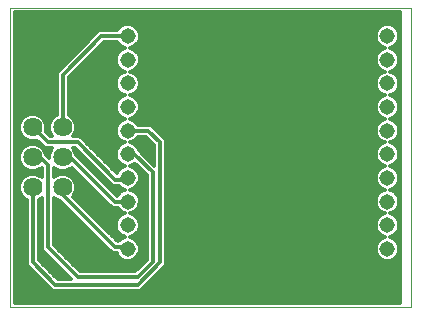
<source format=gbl>
G75*
G70*
%OFA0B0*%
%FSLAX24Y24*%
%IPPOS*%
%LPD*%
%AMOC8*
5,1,8,0,0,1.08239X$1,22.5*
%
%ADD10C,0.0000*%
%ADD11C,0.0640*%
%ADD12C,0.0515*%
%ADD13C,0.0120*%
D10*
X000717Y006913D02*
X000717Y016909D01*
X014087Y016909D01*
X014087Y006913D01*
X000717Y006913D01*
D11*
X001467Y010913D03*
X002467Y010913D03*
X002467Y011913D03*
X001467Y011913D03*
X001467Y012913D03*
X002467Y012913D03*
D12*
X004636Y012807D03*
X004636Y013594D03*
X004636Y014381D03*
X004636Y015169D03*
X004636Y015956D03*
X004636Y012019D03*
X004636Y011232D03*
X004636Y010444D03*
X004636Y009657D03*
X004636Y008870D03*
X013297Y008870D03*
X013297Y009657D03*
X013297Y010444D03*
X013297Y011232D03*
X013297Y012019D03*
X013297Y012807D03*
X013297Y013594D03*
X013297Y014381D03*
X013297Y015169D03*
X013297Y015956D03*
D13*
X012932Y015801D02*
X005002Y015801D01*
X004973Y015731D02*
X005033Y015877D01*
X005033Y016035D01*
X004973Y016181D01*
X004861Y016293D01*
X004715Y016354D01*
X004557Y016354D01*
X004411Y016293D01*
X004299Y016181D01*
X004289Y016156D01*
X003677Y016156D01*
X000877Y016156D01*
X000877Y016038D02*
X003558Y016038D01*
X003560Y016039D02*
X002267Y014746D01*
X002267Y013328D01*
X002206Y013303D01*
X002077Y013174D01*
X002007Y013004D01*
X002007Y012821D01*
X002077Y012652D01*
X002116Y012613D01*
X002050Y012613D01*
X001902Y012761D01*
X001927Y012821D01*
X001927Y013004D01*
X001857Y013174D01*
X001727Y013303D01*
X001558Y013373D01*
X001375Y013373D01*
X001206Y013303D01*
X001077Y013174D01*
X001007Y013004D01*
X001007Y012821D01*
X001077Y012652D01*
X001206Y012523D01*
X001375Y012453D01*
X001558Y012453D01*
X001619Y012478D01*
X001767Y012330D01*
X001884Y012213D01*
X002116Y012213D01*
X002077Y012174D01*
X002007Y012004D01*
X002007Y011906D01*
X001927Y011986D01*
X001927Y012004D01*
X001857Y012174D01*
X001727Y012303D01*
X001558Y012373D01*
X001375Y012373D01*
X001206Y012303D01*
X001077Y012174D01*
X001007Y012004D01*
X001007Y011821D01*
X001077Y011652D01*
X001206Y011523D01*
X001375Y011453D01*
X001558Y011453D01*
X001727Y011523D01*
X001767Y011562D01*
X001767Y011264D01*
X001727Y011303D01*
X001558Y011373D01*
X001375Y011373D01*
X001206Y011303D01*
X001077Y011174D01*
X001007Y011004D01*
X001007Y010821D01*
X001077Y010652D01*
X001206Y010523D01*
X001267Y010498D01*
X001267Y008330D01*
X002017Y007580D01*
X002134Y007463D01*
X005050Y007463D01*
X005800Y008213D01*
X005917Y008330D01*
X005917Y012496D01*
X005523Y012890D01*
X005406Y013007D01*
X004983Y013007D01*
X004973Y013032D01*
X004861Y013144D01*
X004724Y013200D01*
X004861Y013257D01*
X004973Y013369D01*
X005033Y013515D01*
X005033Y013673D01*
X004973Y013819D01*
X004861Y013931D01*
X004724Y013988D01*
X004861Y014045D01*
X004973Y014156D01*
X005033Y014302D01*
X005033Y014461D01*
X004973Y014607D01*
X004861Y014718D01*
X004724Y014775D01*
X004861Y014832D01*
X004973Y014944D01*
X005033Y015090D01*
X005033Y015248D01*
X004973Y015394D01*
X004861Y015506D01*
X004724Y015563D01*
X004861Y015619D01*
X004973Y015731D01*
X004924Y015682D02*
X013010Y015682D01*
X012960Y015731D02*
X013072Y015619D01*
X013209Y015563D01*
X013072Y015506D01*
X012960Y015394D01*
X012900Y015248D01*
X012900Y015090D01*
X012960Y014944D01*
X013072Y014832D01*
X013209Y014775D01*
X013072Y014718D01*
X012960Y014607D01*
X012900Y014461D01*
X012900Y014302D01*
X012960Y014156D01*
X013072Y014045D01*
X013209Y013988D01*
X013072Y013931D01*
X012960Y013819D01*
X012900Y013673D01*
X012900Y013515D01*
X012960Y013369D01*
X013072Y013257D01*
X013209Y013200D01*
X013072Y013144D01*
X012960Y013032D01*
X012900Y012886D01*
X012900Y012728D01*
X012960Y012582D01*
X013072Y012470D01*
X013209Y012413D01*
X013072Y012356D01*
X012960Y012244D01*
X012900Y012098D01*
X012900Y011940D01*
X012960Y011794D01*
X013072Y011682D01*
X013209Y011626D01*
X013072Y011569D01*
X012960Y011457D01*
X012900Y011311D01*
X012900Y011153D01*
X012960Y011007D01*
X013072Y010895D01*
X013209Y010838D01*
X013072Y010781D01*
X012960Y010670D01*
X012900Y010524D01*
X012900Y010365D01*
X012960Y010219D01*
X013072Y010108D01*
X013209Y010051D01*
X013072Y009994D01*
X005917Y009994D01*
X005917Y010112D02*
X013067Y010112D01*
X013072Y009994D02*
X012960Y009882D01*
X012900Y009736D01*
X012900Y009578D01*
X012960Y009432D01*
X013072Y009320D01*
X013209Y009263D01*
X013072Y009207D01*
X012960Y009095D01*
X012900Y008949D01*
X012900Y008791D01*
X012960Y008645D01*
X013072Y008533D01*
X013218Y008472D01*
X013376Y008472D01*
X013523Y008533D01*
X013634Y008645D01*
X013695Y008791D01*
X013695Y008949D01*
X013634Y009095D01*
X013523Y009207D01*
X013386Y009263D01*
X013523Y009320D01*
X013634Y009432D01*
X013695Y009578D01*
X013695Y009736D01*
X013634Y009882D01*
X013523Y009994D01*
X013717Y009994D01*
X013717Y010112D02*
X013528Y010112D01*
X013523Y010108D02*
X013634Y010219D01*
X013695Y010365D01*
X013695Y010524D01*
X013634Y010670D01*
X013523Y010781D01*
X013386Y010838D01*
X013523Y010895D01*
X013634Y011007D01*
X013695Y011153D01*
X013695Y011311D01*
X013634Y011457D01*
X013523Y011569D01*
X013386Y011626D01*
X013523Y011682D01*
X013634Y011794D01*
X013695Y011940D01*
X013695Y012098D01*
X013634Y012244D01*
X013523Y012356D01*
X013386Y012413D01*
X013523Y012470D01*
X013634Y012582D01*
X013695Y012728D01*
X013695Y012886D01*
X013634Y013032D01*
X013523Y013144D01*
X013386Y013200D01*
X013523Y013257D01*
X013634Y013369D01*
X013695Y013515D01*
X013695Y013673D01*
X013634Y013819D01*
X013523Y013931D01*
X013386Y013988D01*
X013523Y014045D01*
X013634Y014156D01*
X013695Y014302D01*
X013695Y014461D01*
X013634Y014607D01*
X013523Y014718D01*
X013386Y014775D01*
X013523Y014832D01*
X013634Y014944D01*
X013695Y015090D01*
X013695Y015248D01*
X013634Y015394D01*
X013523Y015506D01*
X013386Y015563D01*
X013523Y015619D01*
X013634Y015731D01*
X013695Y015877D01*
X013695Y016035D01*
X013634Y016181D01*
X013523Y016293D01*
X013376Y016354D01*
X013218Y016354D01*
X013072Y016293D01*
X012960Y016181D01*
X012900Y016035D01*
X012900Y015877D01*
X012960Y015731D01*
X012900Y015919D02*
X005033Y015919D01*
X005033Y016038D02*
X012901Y016038D01*
X012950Y016156D02*
X004983Y016156D01*
X004880Y016275D02*
X013053Y016275D01*
X013541Y016275D02*
X013717Y016275D01*
X013717Y016393D02*
X000877Y016393D01*
X000877Y016275D02*
X004392Y016275D01*
X004636Y015956D02*
X003760Y015956D01*
X002467Y014663D01*
X002467Y012913D01*
X002897Y013075D02*
X004342Y013075D01*
X004299Y013032D02*
X004238Y012886D01*
X004238Y012728D01*
X004299Y012582D01*
X004411Y012470D01*
X004548Y012413D01*
X004411Y012356D01*
X004299Y012244D01*
X004238Y012098D01*
X004238Y011940D01*
X004299Y011794D01*
X004411Y011682D01*
X004548Y011626D01*
X004411Y011569D01*
X004299Y011457D01*
X004272Y011391D01*
X003050Y012613D01*
X002817Y012613D01*
X002857Y012652D01*
X002927Y012821D01*
X002927Y013004D01*
X002857Y013174D01*
X002727Y013303D01*
X002667Y013328D01*
X002667Y014580D01*
X003843Y015756D01*
X004289Y015756D01*
X004299Y015731D01*
X004411Y015619D01*
X004548Y015563D01*
X004411Y015506D01*
X004299Y015394D01*
X004238Y015248D01*
X004238Y015090D01*
X004299Y014944D01*
X004411Y014832D01*
X004548Y014775D01*
X004411Y014718D01*
X004299Y014607D01*
X004238Y014461D01*
X004238Y014302D01*
X004299Y014156D01*
X004411Y014045D01*
X004548Y013988D01*
X004411Y013931D01*
X004299Y013819D01*
X004238Y013673D01*
X004238Y013515D01*
X004299Y013369D01*
X004411Y013257D01*
X004548Y013200D01*
X004411Y013144D01*
X004299Y013032D01*
X004268Y012957D02*
X002927Y012957D01*
X002927Y012838D02*
X004238Y012838D01*
X004242Y012720D02*
X002884Y012720D01*
X003061Y012601D02*
X004291Y012601D01*
X004398Y012483D02*
X003180Y012483D01*
X003298Y012364D02*
X004430Y012364D01*
X004300Y012246D02*
X003417Y012246D01*
X003535Y012127D02*
X004250Y012127D01*
X004238Y012009D02*
X003654Y012009D01*
X003772Y011890D02*
X004259Y011890D01*
X004322Y011772D02*
X003891Y011772D01*
X004009Y011653D02*
X004482Y011653D01*
X004376Y011535D02*
X004128Y011535D01*
X004246Y011416D02*
X004282Y011416D01*
X004217Y011163D02*
X004567Y011163D01*
X004636Y011232D01*
X004364Y010942D02*
X003970Y010942D01*
X004036Y011061D02*
X003852Y011061D01*
X003918Y011179D02*
X003733Y011179D01*
X003799Y011298D02*
X003615Y011298D01*
X003681Y011416D02*
X003496Y011416D01*
X003562Y011535D02*
X003378Y011535D01*
X003444Y011653D02*
X003259Y011653D01*
X003325Y011772D02*
X003141Y011772D01*
X003207Y011890D02*
X003022Y011890D01*
X002927Y011986D02*
X002927Y012004D01*
X002857Y012174D01*
X002817Y012213D01*
X002884Y012213D01*
X004017Y011080D01*
X004134Y010963D01*
X004343Y010963D01*
X004411Y010895D01*
X004548Y010838D01*
X004411Y010781D01*
X004299Y010670D01*
X004283Y010630D01*
X002927Y011986D01*
X002925Y012009D02*
X003088Y012009D01*
X002970Y012127D02*
X002876Y012127D01*
X002967Y012413D02*
X004217Y011163D01*
X004089Y010824D02*
X004512Y010824D01*
X004334Y010705D02*
X004207Y010705D01*
X004217Y010413D02*
X004604Y010413D01*
X004636Y010444D01*
X005007Y010586D02*
X005267Y010586D01*
X005267Y010468D02*
X005033Y010468D01*
X005033Y010524D02*
X004973Y010670D01*
X004861Y010781D01*
X004724Y010838D01*
X004861Y010895D01*
X004973Y011007D01*
X005033Y011153D01*
X005033Y011311D01*
X004973Y011457D01*
X004861Y011569D01*
X004724Y011626D01*
X004861Y011682D01*
X004888Y011709D01*
X005267Y011330D01*
X005267Y008496D01*
X004884Y008113D01*
X003050Y008113D01*
X002167Y008996D01*
X002167Y010562D01*
X002206Y010523D01*
X002375Y010453D01*
X002394Y010453D01*
X004017Y008830D01*
X004134Y008713D01*
X004271Y008713D01*
X004299Y008645D01*
X004411Y008533D01*
X004557Y008472D01*
X004715Y008472D01*
X004861Y008533D01*
X004973Y008645D01*
X005033Y008791D01*
X005033Y008949D01*
X004973Y009095D01*
X004861Y009207D01*
X004724Y009263D01*
X004861Y009320D01*
X004973Y009432D01*
X005033Y009578D01*
X005033Y009736D01*
X004973Y009882D01*
X004861Y009994D01*
X004724Y010051D01*
X004861Y010108D01*
X004973Y010219D01*
X005033Y010365D01*
X005033Y010524D01*
X005027Y010349D02*
X005267Y010349D01*
X005267Y010231D02*
X004978Y010231D01*
X004866Y010112D02*
X005267Y010112D01*
X005267Y009994D02*
X004861Y009994D01*
X004976Y009875D02*
X005267Y009875D01*
X005267Y009757D02*
X005025Y009757D01*
X005033Y009638D02*
X005267Y009638D01*
X005267Y009520D02*
X005009Y009520D01*
X004942Y009401D02*
X005267Y009401D01*
X005267Y009283D02*
X004771Y009283D01*
X004903Y009164D02*
X005267Y009164D01*
X005267Y009046D02*
X004993Y009046D01*
X005033Y008927D02*
X005267Y008927D01*
X005267Y008809D02*
X005033Y008809D01*
X004992Y008690D02*
X005267Y008690D01*
X005267Y008572D02*
X004900Y008572D01*
X005224Y008453D02*
X002709Y008453D01*
X002828Y008335D02*
X005106Y008335D01*
X004987Y008216D02*
X002946Y008216D01*
X002967Y007913D02*
X001967Y008913D01*
X001967Y011663D01*
X001717Y011913D01*
X001467Y011913D01*
X001785Y012246D02*
X001851Y012246D01*
X001767Y012330D02*
X001767Y012330D01*
X001733Y012364D02*
X001580Y012364D01*
X001353Y012364D02*
X000877Y012364D01*
X000877Y012246D02*
X001149Y012246D01*
X001057Y012127D02*
X000877Y012127D01*
X000877Y012009D02*
X001008Y012009D01*
X001007Y011890D02*
X000877Y011890D01*
X000877Y011772D02*
X001027Y011772D01*
X001076Y011653D02*
X000877Y011653D01*
X000877Y011535D02*
X001195Y011535D01*
X001201Y011298D02*
X000877Y011298D01*
X000877Y011416D02*
X001767Y011416D01*
X001767Y011298D02*
X001733Y011298D01*
X001739Y011535D02*
X001767Y011535D01*
X002167Y011535D02*
X002195Y011535D01*
X002206Y011523D02*
X002375Y011453D01*
X002558Y011453D01*
X002727Y011523D01*
X002776Y011571D01*
X004017Y010330D01*
X004134Y010213D01*
X004305Y010213D01*
X004411Y010108D01*
X004548Y010051D01*
X004411Y009994D01*
X004299Y009882D01*
X004238Y009736D01*
X004238Y009578D01*
X004299Y009432D01*
X004411Y009320D01*
X004548Y009263D01*
X004411Y009207D01*
X004317Y009113D01*
X004300Y009113D01*
X002808Y010604D01*
X002857Y010652D01*
X002927Y010821D01*
X002927Y011004D01*
X002857Y011174D01*
X002727Y011303D01*
X002558Y011373D01*
X002375Y011373D01*
X002206Y011303D01*
X002167Y011264D01*
X002167Y011562D01*
X002206Y011523D01*
X002167Y011416D02*
X002931Y011416D01*
X003049Y011298D02*
X002733Y011298D01*
X002851Y011179D02*
X003168Y011179D01*
X003286Y011061D02*
X002903Y011061D01*
X002927Y010942D02*
X003405Y010942D01*
X003523Y010824D02*
X002927Y010824D01*
X002878Y010705D02*
X003642Y010705D01*
X003760Y010586D02*
X002826Y010586D01*
X002944Y010468D02*
X003879Y010468D01*
X003997Y010349D02*
X003063Y010349D01*
X003181Y010231D02*
X004116Y010231D01*
X004217Y010413D02*
X002717Y011913D01*
X002467Y011913D01*
X002057Y012127D02*
X001876Y012127D01*
X001925Y012009D02*
X002008Y012009D01*
X001967Y012413D02*
X002967Y012413D01*
X002837Y013194D02*
X004531Y013194D01*
X004356Y013312D02*
X002705Y013312D01*
X002667Y013431D02*
X004273Y013431D01*
X004238Y013549D02*
X002667Y013549D01*
X002667Y013668D02*
X004238Y013668D01*
X004285Y013786D02*
X002667Y013786D01*
X002667Y013905D02*
X004384Y013905D01*
X004463Y014023D02*
X002667Y014023D01*
X002667Y014142D02*
X004314Y014142D01*
X004256Y014260D02*
X002667Y014260D01*
X002667Y014379D02*
X004238Y014379D01*
X004254Y014497D02*
X002667Y014497D01*
X002702Y014616D02*
X004308Y014616D01*
X004448Y014734D02*
X002821Y014734D01*
X002939Y014853D02*
X004390Y014853D01*
X004288Y014971D02*
X003058Y014971D01*
X003176Y015090D02*
X004239Y015090D01*
X004238Y015208D02*
X003295Y015208D01*
X003413Y015327D02*
X004271Y015327D01*
X004350Y015445D02*
X003532Y015445D01*
X003650Y015564D02*
X004546Y015564D01*
X004726Y015564D02*
X013207Y015564D01*
X013388Y015564D02*
X013717Y015564D01*
X013717Y015682D02*
X013585Y015682D01*
X013663Y015801D02*
X013717Y015801D01*
X013717Y015919D02*
X013695Y015919D01*
X013694Y016038D02*
X013717Y016038D01*
X013717Y016156D02*
X013645Y016156D01*
X013717Y016512D02*
X000877Y016512D01*
X000877Y016630D02*
X013717Y016630D01*
X013717Y016749D02*
X000877Y016749D01*
X013717Y016749D01*
X013717Y007073D01*
X000877Y007073D01*
X000877Y016749D01*
X000877Y015919D02*
X003440Y015919D01*
X003321Y015801D02*
X000877Y015801D01*
X000877Y015682D02*
X003203Y015682D01*
X003084Y015564D02*
X000877Y015564D01*
X000877Y015445D02*
X002966Y015445D01*
X002847Y015327D02*
X000877Y015327D01*
X000877Y015208D02*
X002729Y015208D01*
X002610Y015090D02*
X000877Y015090D01*
X000877Y014971D02*
X002492Y014971D01*
X002373Y014853D02*
X000877Y014853D01*
X000877Y014734D02*
X002267Y014734D01*
X002267Y014616D02*
X000877Y014616D01*
X000877Y014497D02*
X002267Y014497D01*
X002267Y014379D02*
X000877Y014379D01*
X000877Y014260D02*
X002267Y014260D01*
X002267Y014142D02*
X000877Y014142D01*
X000877Y014023D02*
X002267Y014023D01*
X002267Y013905D02*
X000877Y013905D01*
X000877Y013786D02*
X002267Y013786D01*
X002267Y013668D02*
X000877Y013668D01*
X000877Y013549D02*
X002267Y013549D01*
X002267Y013431D02*
X000877Y013431D01*
X000877Y013312D02*
X001228Y013312D01*
X001097Y013194D02*
X000877Y013194D01*
X000877Y013075D02*
X001036Y013075D01*
X001007Y012957D02*
X000877Y012957D01*
X000877Y012838D02*
X001007Y012838D01*
X001049Y012720D02*
X000877Y012720D01*
X000877Y012601D02*
X001128Y012601D01*
X001304Y012483D02*
X000877Y012483D01*
X001467Y012913D02*
X001967Y012413D01*
X001943Y012720D02*
X002049Y012720D01*
X002007Y012838D02*
X001927Y012838D01*
X001927Y012957D02*
X002007Y012957D01*
X002036Y013075D02*
X001897Y013075D01*
X001837Y013194D02*
X002097Y013194D01*
X002228Y013312D02*
X001705Y013312D01*
X002739Y011535D02*
X002812Y011535D01*
X002201Y011298D02*
X002167Y011298D01*
X002467Y010913D02*
X002467Y010663D01*
X004217Y008913D01*
X004593Y008913D01*
X004636Y008870D01*
X004372Y008572D02*
X002591Y008572D01*
X002472Y008690D02*
X004280Y008690D01*
X004038Y008809D02*
X002354Y008809D01*
X002235Y008927D02*
X003919Y008927D01*
X003801Y009046D02*
X002167Y009046D01*
X002167Y009164D02*
X003682Y009164D01*
X003564Y009283D02*
X002167Y009283D01*
X002167Y009401D02*
X003445Y009401D01*
X003327Y009520D02*
X002167Y009520D01*
X002167Y009638D02*
X003208Y009638D01*
X003090Y009757D02*
X002167Y009757D01*
X002167Y009875D02*
X002971Y009875D01*
X002853Y009994D02*
X002167Y009994D01*
X002167Y010112D02*
X002734Y010112D01*
X002616Y010231D02*
X002167Y010231D01*
X002167Y010349D02*
X002497Y010349D01*
X002339Y010468D02*
X002167Y010468D01*
X001767Y010468D02*
X001667Y010468D01*
X001667Y010498D02*
X001727Y010523D01*
X001767Y010562D01*
X001767Y008830D01*
X001884Y008713D01*
X002734Y007863D01*
X002300Y007863D01*
X001667Y008496D01*
X001667Y010498D01*
X001667Y010349D02*
X001767Y010349D01*
X001767Y010231D02*
X001667Y010231D01*
X001667Y010112D02*
X001767Y010112D01*
X001767Y009994D02*
X001667Y009994D01*
X001667Y009875D02*
X001767Y009875D01*
X001767Y009757D02*
X001667Y009757D01*
X001667Y009638D02*
X001767Y009638D01*
X001767Y009520D02*
X001667Y009520D01*
X001667Y009401D02*
X001767Y009401D01*
X001767Y009283D02*
X001667Y009283D01*
X001667Y009164D02*
X001767Y009164D01*
X001767Y009046D02*
X001667Y009046D01*
X001667Y008927D02*
X001767Y008927D01*
X001788Y008809D02*
X001667Y008809D01*
X001667Y008690D02*
X001906Y008690D01*
X002025Y008572D02*
X001667Y008572D01*
X001709Y008453D02*
X002143Y008453D01*
X002262Y008335D02*
X001828Y008335D01*
X001946Y008216D02*
X002380Y008216D01*
X002499Y008098D02*
X002065Y008098D01*
X002183Y007979D02*
X002617Y007979D01*
X002967Y007913D02*
X004967Y007913D01*
X005467Y008413D01*
X005467Y011413D01*
X004860Y012019D01*
X004636Y012019D01*
X004790Y011653D02*
X004944Y011653D01*
X004895Y011535D02*
X005062Y011535D01*
X004990Y011416D02*
X005181Y011416D01*
X005267Y011298D02*
X005033Y011298D01*
X005033Y011179D02*
X005267Y011179D01*
X005267Y011061D02*
X004995Y011061D01*
X004908Y010942D02*
X005267Y010942D01*
X005267Y010824D02*
X004760Y010824D01*
X004938Y010705D02*
X005267Y010705D01*
X005917Y010705D02*
X012996Y010705D01*
X012926Y010586D02*
X005917Y010586D01*
X005917Y010468D02*
X012900Y010468D01*
X012906Y010349D02*
X005917Y010349D01*
X005917Y010231D02*
X012956Y010231D01*
X012958Y009875D02*
X005917Y009875D01*
X005917Y009757D02*
X012909Y009757D01*
X012900Y009638D02*
X005917Y009638D01*
X005917Y009520D02*
X012924Y009520D01*
X012991Y009401D02*
X005917Y009401D01*
X005917Y009283D02*
X013162Y009283D01*
X013030Y009164D02*
X005917Y009164D01*
X005917Y009046D02*
X012940Y009046D01*
X012900Y008927D02*
X005917Y008927D01*
X005917Y008809D02*
X012900Y008809D01*
X012941Y008690D02*
X005917Y008690D01*
X005917Y008572D02*
X013033Y008572D01*
X013562Y008572D02*
X013717Y008572D01*
X013717Y008690D02*
X013653Y008690D01*
X013695Y008809D02*
X013717Y008809D01*
X013717Y008927D02*
X013695Y008927D01*
X013717Y009046D02*
X013655Y009046D01*
X013717Y009164D02*
X013565Y009164D01*
X013433Y009283D02*
X013717Y009283D01*
X013717Y009401D02*
X013604Y009401D01*
X013671Y009520D02*
X013717Y009520D01*
X013717Y009638D02*
X013695Y009638D01*
X013686Y009757D02*
X013717Y009757D01*
X013717Y009875D02*
X013637Y009875D01*
X013523Y009994D02*
X013386Y010051D01*
X013523Y010108D01*
X013639Y010231D02*
X013717Y010231D01*
X013717Y010349D02*
X013688Y010349D01*
X013695Y010468D02*
X013717Y010468D01*
X013717Y010586D02*
X013669Y010586D01*
X013717Y010705D02*
X013599Y010705D01*
X013717Y010824D02*
X013421Y010824D01*
X013570Y010942D02*
X013717Y010942D01*
X013717Y011061D02*
X013657Y011061D01*
X013695Y011179D02*
X013717Y011179D01*
X013717Y011298D02*
X013695Y011298D01*
X013717Y011416D02*
X013651Y011416D01*
X013717Y011535D02*
X013557Y011535D01*
X013452Y011653D02*
X013717Y011653D01*
X013717Y011772D02*
X013612Y011772D01*
X013674Y011890D02*
X013717Y011890D01*
X013717Y012009D02*
X013695Y012009D01*
X013683Y012127D02*
X013717Y012127D01*
X013717Y012246D02*
X013633Y012246D01*
X013717Y012364D02*
X013504Y012364D01*
X013535Y012483D02*
X013717Y012483D01*
X013717Y012601D02*
X013642Y012601D01*
X013691Y012720D02*
X013717Y012720D01*
X013717Y012838D02*
X013695Y012838D01*
X013717Y012957D02*
X013666Y012957D01*
X013717Y013075D02*
X013591Y013075D01*
X013717Y013194D02*
X013402Y013194D01*
X013193Y013194D02*
X004741Y013194D01*
X004916Y013312D02*
X013017Y013312D01*
X012935Y013431D02*
X004998Y013431D01*
X005033Y013549D02*
X012900Y013549D01*
X012900Y013668D02*
X005033Y013668D01*
X004987Y013786D02*
X012947Y013786D01*
X013046Y013905D02*
X004888Y013905D01*
X004809Y014023D02*
X013124Y014023D01*
X012975Y014142D02*
X004958Y014142D01*
X005016Y014260D02*
X012917Y014260D01*
X012900Y014379D02*
X005033Y014379D01*
X005018Y014497D02*
X012915Y014497D01*
X012969Y014616D02*
X004964Y014616D01*
X004824Y014734D02*
X013110Y014734D01*
X013052Y014853D02*
X004882Y014853D01*
X004984Y014971D02*
X012949Y014971D01*
X012900Y015090D02*
X005033Y015090D01*
X005033Y015208D02*
X012900Y015208D01*
X012932Y015327D02*
X005001Y015327D01*
X004922Y015445D02*
X013011Y015445D01*
X013583Y015445D02*
X013717Y015445D01*
X013717Y015327D02*
X013662Y015327D01*
X013695Y015208D02*
X013717Y015208D01*
X013717Y015090D02*
X013695Y015090D01*
X013717Y014971D02*
X013646Y014971D01*
X013717Y014853D02*
X013543Y014853D01*
X013485Y014734D02*
X013717Y014734D01*
X013717Y014616D02*
X013625Y014616D01*
X013680Y014497D02*
X013717Y014497D01*
X013717Y014379D02*
X013695Y014379D01*
X013677Y014260D02*
X013717Y014260D01*
X013717Y014142D02*
X013620Y014142D01*
X013717Y014023D02*
X013471Y014023D01*
X013549Y013905D02*
X013717Y013905D01*
X013717Y013786D02*
X013648Y013786D01*
X013695Y013668D02*
X013717Y013668D01*
X013717Y013549D02*
X013695Y013549D01*
X013717Y013431D02*
X013660Y013431D01*
X013717Y013312D02*
X013577Y013312D01*
X013004Y013075D02*
X004930Y013075D01*
X004636Y012807D02*
X005323Y012807D01*
X005717Y012413D01*
X005717Y008413D01*
X004967Y007663D01*
X002217Y007663D01*
X001467Y008413D01*
X001467Y010913D01*
X001143Y010586D02*
X000877Y010586D01*
X000877Y010468D02*
X001267Y010468D01*
X001267Y010349D02*
X000877Y010349D01*
X000877Y010231D02*
X001267Y010231D01*
X001267Y010112D02*
X000877Y010112D01*
X000877Y009994D02*
X001267Y009994D01*
X001267Y009875D02*
X000877Y009875D01*
X000877Y009757D02*
X001267Y009757D01*
X001267Y009638D02*
X000877Y009638D01*
X000877Y009520D02*
X001267Y009520D01*
X001267Y009401D02*
X000877Y009401D01*
X000877Y009283D02*
X001267Y009283D01*
X001267Y009164D02*
X000877Y009164D01*
X000877Y009046D02*
X001267Y009046D01*
X001267Y008927D02*
X000877Y008927D01*
X000877Y008809D02*
X001267Y008809D01*
X001267Y008690D02*
X000877Y008690D01*
X000877Y008572D02*
X001267Y008572D01*
X001267Y008453D02*
X000877Y008453D01*
X000877Y008335D02*
X001267Y008335D01*
X001380Y008216D02*
X000877Y008216D01*
X000877Y008098D02*
X001499Y008098D01*
X001617Y007979D02*
X000877Y007979D01*
X000877Y007861D02*
X001736Y007861D01*
X001854Y007742D02*
X000877Y007742D01*
X000877Y007624D02*
X001973Y007624D01*
X002091Y007505D02*
X000877Y007505D01*
X000877Y007387D02*
X013717Y007387D01*
X013717Y007505D02*
X005092Y007505D01*
X005211Y007624D02*
X013717Y007624D01*
X013717Y007742D02*
X005329Y007742D01*
X005448Y007861D02*
X013717Y007861D01*
X013717Y007979D02*
X005566Y007979D01*
X005685Y008098D02*
X013717Y008098D01*
X013717Y008216D02*
X005803Y008216D01*
X005917Y008335D02*
X013717Y008335D01*
X013717Y008453D02*
X005917Y008453D01*
X004500Y009283D02*
X004130Y009283D01*
X004248Y009164D02*
X004369Y009164D01*
X004329Y009401D02*
X004011Y009401D01*
X003893Y009520D02*
X004263Y009520D01*
X004238Y009638D02*
X003774Y009638D01*
X003656Y009757D02*
X004247Y009757D01*
X004296Y009875D02*
X003537Y009875D01*
X003419Y009994D02*
X004411Y009994D01*
X004406Y010112D02*
X003300Y010112D01*
X005154Y012009D02*
X005517Y012009D01*
X005517Y012127D02*
X005035Y012127D01*
X005012Y012151D02*
X005517Y011646D01*
X005517Y012330D01*
X005240Y012607D01*
X004983Y012607D01*
X004973Y012582D01*
X004861Y012470D01*
X004724Y012413D01*
X004861Y012356D01*
X004973Y012244D01*
X005012Y012151D01*
X004972Y012246D02*
X005517Y012246D01*
X005483Y012364D02*
X004842Y012364D01*
X004874Y012483D02*
X005364Y012483D01*
X005246Y012601D02*
X004981Y012601D01*
X005456Y012957D02*
X012929Y012957D01*
X012900Y012838D02*
X005574Y012838D01*
X005693Y012720D02*
X012903Y012720D01*
X012952Y012601D02*
X005811Y012601D01*
X005917Y012483D02*
X013059Y012483D01*
X013091Y012364D02*
X005917Y012364D01*
X005917Y012246D02*
X012961Y012246D01*
X012912Y012127D02*
X005917Y012127D01*
X005917Y012009D02*
X012900Y012009D01*
X012921Y011890D02*
X005917Y011890D01*
X005917Y011772D02*
X012983Y011772D01*
X013143Y011653D02*
X005917Y011653D01*
X005917Y011535D02*
X013038Y011535D01*
X012943Y011416D02*
X005917Y011416D01*
X005917Y011298D02*
X012900Y011298D01*
X012900Y011179D02*
X005917Y011179D01*
X005917Y011061D02*
X012938Y011061D01*
X013025Y010942D02*
X005917Y010942D01*
X005917Y010824D02*
X013174Y010824D01*
X013717Y007268D02*
X000877Y007268D01*
X000877Y007150D02*
X013717Y007150D01*
X005517Y011653D02*
X005509Y011653D01*
X005517Y011772D02*
X005391Y011772D01*
X005272Y011890D02*
X005517Y011890D01*
X004348Y015682D02*
X003769Y015682D01*
X003560Y016039D02*
X003677Y016156D01*
X001082Y011179D02*
X000877Y011179D01*
X000877Y011061D02*
X001030Y011061D01*
X001007Y010942D02*
X000877Y010942D01*
X000877Y010824D02*
X001007Y010824D01*
X001055Y010705D02*
X000877Y010705D01*
M02*

</source>
